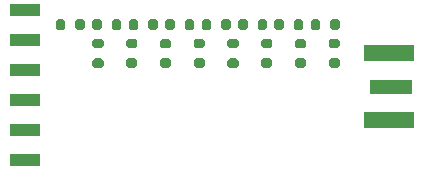
<source format=gbr>
%TF.GenerationSoftware,KiCad,Pcbnew,(5.1.10)-1*%
%TF.CreationDate,2021-08-13T02:35:10+08:00*%
%TF.ProjectId,Pmod-8bitDAC-R-2R,506d6f64-2d38-4626-9974-4441432d522d,rev?*%
%TF.SameCoordinates,Original*%
%TF.FileFunction,Paste,Top*%
%TF.FilePolarity,Positive*%
%FSLAX46Y46*%
G04 Gerber Fmt 4.6, Leading zero omitted, Abs format (unit mm)*
G04 Created by KiCad (PCBNEW (5.1.10)-1) date 2021-08-13 02:35:10*
%MOMM*%
%LPD*%
G01*
G04 APERTURE LIST*
%ADD10R,3.600000X1.270000*%
%ADD11R,4.200000X1.350000*%
%ADD12R,2.500000X1.000000*%
G04 APERTURE END LIST*
D10*
%TO.C,J2*%
X146211900Y-120827800D03*
D11*
X146011900Y-118002800D03*
X146011900Y-123652800D03*
%TD*%
D12*
%TO.C,PMOD1*%
X115182400Y-114350800D03*
X115182400Y-116890800D03*
X115182400Y-119430800D03*
X115182400Y-121970800D03*
X115182400Y-124510800D03*
X115182400Y-127050800D03*
%TD*%
%TO.C,R16*%
G36*
G01*
X141649400Y-117596100D02*
X141099400Y-117596100D01*
G75*
G02*
X140899400Y-117396100I0J200000D01*
G01*
X140899400Y-116996100D01*
G75*
G02*
X141099400Y-116796100I200000J0D01*
G01*
X141649400Y-116796100D01*
G75*
G02*
X141849400Y-116996100I0J-200000D01*
G01*
X141849400Y-117396100D01*
G75*
G02*
X141649400Y-117596100I-200000J0D01*
G01*
G37*
G36*
G01*
X141649400Y-119246100D02*
X141099400Y-119246100D01*
G75*
G02*
X140899400Y-119046100I0J200000D01*
G01*
X140899400Y-118646100D01*
G75*
G02*
X141099400Y-118446100I200000J0D01*
G01*
X141649400Y-118446100D01*
G75*
G02*
X141849400Y-118646100I0J-200000D01*
G01*
X141849400Y-119046100D01*
G75*
G02*
X141649400Y-119246100I-200000J0D01*
G01*
G37*
%TD*%
%TO.C,R15*%
G36*
G01*
X141049400Y-115870400D02*
X141049400Y-115320400D01*
G75*
G02*
X141249400Y-115120400I200000J0D01*
G01*
X141649400Y-115120400D01*
G75*
G02*
X141849400Y-115320400I0J-200000D01*
G01*
X141849400Y-115870400D01*
G75*
G02*
X141649400Y-116070400I-200000J0D01*
G01*
X141249400Y-116070400D01*
G75*
G02*
X141049400Y-115870400I0J200000D01*
G01*
G37*
G36*
G01*
X139399400Y-115870400D02*
X139399400Y-115320400D01*
G75*
G02*
X139599400Y-115120400I200000J0D01*
G01*
X139999400Y-115120400D01*
G75*
G02*
X140199400Y-115320400I0J-200000D01*
G01*
X140199400Y-115870400D01*
G75*
G02*
X139999400Y-116070400I-200000J0D01*
G01*
X139599400Y-116070400D01*
G75*
G02*
X139399400Y-115870400I0J200000D01*
G01*
G37*
%TD*%
%TO.C,R14*%
G36*
G01*
X138792252Y-117596100D02*
X138242252Y-117596100D01*
G75*
G02*
X138042252Y-117396100I0J200000D01*
G01*
X138042252Y-116996100D01*
G75*
G02*
X138242252Y-116796100I200000J0D01*
G01*
X138792252Y-116796100D01*
G75*
G02*
X138992252Y-116996100I0J-200000D01*
G01*
X138992252Y-117396100D01*
G75*
G02*
X138792252Y-117596100I-200000J0D01*
G01*
G37*
G36*
G01*
X138792252Y-119246100D02*
X138242252Y-119246100D01*
G75*
G02*
X138042252Y-119046100I0J200000D01*
G01*
X138042252Y-118646100D01*
G75*
G02*
X138242252Y-118446100I200000J0D01*
G01*
X138792252Y-118446100D01*
G75*
G02*
X138992252Y-118646100I0J-200000D01*
G01*
X138992252Y-119046100D01*
G75*
G02*
X138792252Y-119246100I-200000J0D01*
G01*
G37*
%TD*%
%TO.C,R13*%
G36*
G01*
X137966065Y-115870400D02*
X137966065Y-115320400D01*
G75*
G02*
X138166065Y-115120400I200000J0D01*
G01*
X138566065Y-115120400D01*
G75*
G02*
X138766065Y-115320400I0J-200000D01*
G01*
X138766065Y-115870400D01*
G75*
G02*
X138566065Y-116070400I-200000J0D01*
G01*
X138166065Y-116070400D01*
G75*
G02*
X137966065Y-115870400I0J200000D01*
G01*
G37*
G36*
G01*
X136316065Y-115870400D02*
X136316065Y-115320400D01*
G75*
G02*
X136516065Y-115120400I200000J0D01*
G01*
X136916065Y-115120400D01*
G75*
G02*
X137116065Y-115320400I0J-200000D01*
G01*
X137116065Y-115870400D01*
G75*
G02*
X136916065Y-116070400I-200000J0D01*
G01*
X136516065Y-116070400D01*
G75*
G02*
X136316065Y-115870400I0J200000D01*
G01*
G37*
%TD*%
%TO.C,R12*%
G36*
G01*
X135935110Y-117596100D02*
X135385110Y-117596100D01*
G75*
G02*
X135185110Y-117396100I0J200000D01*
G01*
X135185110Y-116996100D01*
G75*
G02*
X135385110Y-116796100I200000J0D01*
G01*
X135935110Y-116796100D01*
G75*
G02*
X136135110Y-116996100I0J-200000D01*
G01*
X136135110Y-117396100D01*
G75*
G02*
X135935110Y-117596100I-200000J0D01*
G01*
G37*
G36*
G01*
X135935110Y-119246100D02*
X135385110Y-119246100D01*
G75*
G02*
X135185110Y-119046100I0J200000D01*
G01*
X135185110Y-118646100D01*
G75*
G02*
X135385110Y-118446100I200000J0D01*
G01*
X135935110Y-118446100D01*
G75*
G02*
X136135110Y-118646100I0J-200000D01*
G01*
X136135110Y-119046100D01*
G75*
G02*
X135935110Y-119246100I-200000J0D01*
G01*
G37*
%TD*%
%TO.C,R11*%
G36*
G01*
X134882732Y-115870400D02*
X134882732Y-115320400D01*
G75*
G02*
X135082732Y-115120400I200000J0D01*
G01*
X135482732Y-115120400D01*
G75*
G02*
X135682732Y-115320400I0J-200000D01*
G01*
X135682732Y-115870400D01*
G75*
G02*
X135482732Y-116070400I-200000J0D01*
G01*
X135082732Y-116070400D01*
G75*
G02*
X134882732Y-115870400I0J200000D01*
G01*
G37*
G36*
G01*
X133232732Y-115870400D02*
X133232732Y-115320400D01*
G75*
G02*
X133432732Y-115120400I200000J0D01*
G01*
X133832732Y-115120400D01*
G75*
G02*
X134032732Y-115320400I0J-200000D01*
G01*
X134032732Y-115870400D01*
G75*
G02*
X133832732Y-116070400I-200000J0D01*
G01*
X133432732Y-116070400D01*
G75*
G02*
X133232732Y-115870400I0J200000D01*
G01*
G37*
%TD*%
%TO.C,R10*%
G36*
G01*
X133077968Y-117596100D02*
X132527968Y-117596100D01*
G75*
G02*
X132327968Y-117396100I0J200000D01*
G01*
X132327968Y-116996100D01*
G75*
G02*
X132527968Y-116796100I200000J0D01*
G01*
X133077968Y-116796100D01*
G75*
G02*
X133277968Y-116996100I0J-200000D01*
G01*
X133277968Y-117396100D01*
G75*
G02*
X133077968Y-117596100I-200000J0D01*
G01*
G37*
G36*
G01*
X133077968Y-119246100D02*
X132527968Y-119246100D01*
G75*
G02*
X132327968Y-119046100I0J200000D01*
G01*
X132327968Y-118646100D01*
G75*
G02*
X132527968Y-118446100I200000J0D01*
G01*
X133077968Y-118446100D01*
G75*
G02*
X133277968Y-118646100I0J-200000D01*
G01*
X133277968Y-119046100D01*
G75*
G02*
X133077968Y-119246100I-200000J0D01*
G01*
G37*
%TD*%
%TO.C,R9*%
G36*
G01*
X131799399Y-115870400D02*
X131799399Y-115320400D01*
G75*
G02*
X131999399Y-115120400I200000J0D01*
G01*
X132399399Y-115120400D01*
G75*
G02*
X132599399Y-115320400I0J-200000D01*
G01*
X132599399Y-115870400D01*
G75*
G02*
X132399399Y-116070400I-200000J0D01*
G01*
X131999399Y-116070400D01*
G75*
G02*
X131799399Y-115870400I0J200000D01*
G01*
G37*
G36*
G01*
X130149399Y-115870400D02*
X130149399Y-115320400D01*
G75*
G02*
X130349399Y-115120400I200000J0D01*
G01*
X130749399Y-115120400D01*
G75*
G02*
X130949399Y-115320400I0J-200000D01*
G01*
X130949399Y-115870400D01*
G75*
G02*
X130749399Y-116070400I-200000J0D01*
G01*
X130349399Y-116070400D01*
G75*
G02*
X130149399Y-115870400I0J200000D01*
G01*
G37*
%TD*%
%TO.C,R8*%
G36*
G01*
X130220826Y-117596100D02*
X129670826Y-117596100D01*
G75*
G02*
X129470826Y-117396100I0J200000D01*
G01*
X129470826Y-116996100D01*
G75*
G02*
X129670826Y-116796100I200000J0D01*
G01*
X130220826Y-116796100D01*
G75*
G02*
X130420826Y-116996100I0J-200000D01*
G01*
X130420826Y-117396100D01*
G75*
G02*
X130220826Y-117596100I-200000J0D01*
G01*
G37*
G36*
G01*
X130220826Y-119246100D02*
X129670826Y-119246100D01*
G75*
G02*
X129470826Y-119046100I0J200000D01*
G01*
X129470826Y-118646100D01*
G75*
G02*
X129670826Y-118446100I200000J0D01*
G01*
X130220826Y-118446100D01*
G75*
G02*
X130420826Y-118646100I0J-200000D01*
G01*
X130420826Y-119046100D01*
G75*
G02*
X130220826Y-119246100I-200000J0D01*
G01*
G37*
%TD*%
%TO.C,R7*%
G36*
G01*
X128716066Y-115870400D02*
X128716066Y-115320400D01*
G75*
G02*
X128916066Y-115120400I200000J0D01*
G01*
X129316066Y-115120400D01*
G75*
G02*
X129516066Y-115320400I0J-200000D01*
G01*
X129516066Y-115870400D01*
G75*
G02*
X129316066Y-116070400I-200000J0D01*
G01*
X128916066Y-116070400D01*
G75*
G02*
X128716066Y-115870400I0J200000D01*
G01*
G37*
G36*
G01*
X127066066Y-115870400D02*
X127066066Y-115320400D01*
G75*
G02*
X127266066Y-115120400I200000J0D01*
G01*
X127666066Y-115120400D01*
G75*
G02*
X127866066Y-115320400I0J-200000D01*
G01*
X127866066Y-115870400D01*
G75*
G02*
X127666066Y-116070400I-200000J0D01*
G01*
X127266066Y-116070400D01*
G75*
G02*
X127066066Y-115870400I0J200000D01*
G01*
G37*
%TD*%
%TO.C,R6*%
G36*
G01*
X127363684Y-117596100D02*
X126813684Y-117596100D01*
G75*
G02*
X126613684Y-117396100I0J200000D01*
G01*
X126613684Y-116996100D01*
G75*
G02*
X126813684Y-116796100I200000J0D01*
G01*
X127363684Y-116796100D01*
G75*
G02*
X127563684Y-116996100I0J-200000D01*
G01*
X127563684Y-117396100D01*
G75*
G02*
X127363684Y-117596100I-200000J0D01*
G01*
G37*
G36*
G01*
X127363684Y-119246100D02*
X126813684Y-119246100D01*
G75*
G02*
X126613684Y-119046100I0J200000D01*
G01*
X126613684Y-118646100D01*
G75*
G02*
X126813684Y-118446100I200000J0D01*
G01*
X127363684Y-118446100D01*
G75*
G02*
X127563684Y-118646100I0J-200000D01*
G01*
X127563684Y-119046100D01*
G75*
G02*
X127363684Y-119246100I-200000J0D01*
G01*
G37*
%TD*%
%TO.C,R5*%
G36*
G01*
X125632733Y-115870400D02*
X125632733Y-115320400D01*
G75*
G02*
X125832733Y-115120400I200000J0D01*
G01*
X126232733Y-115120400D01*
G75*
G02*
X126432733Y-115320400I0J-200000D01*
G01*
X126432733Y-115870400D01*
G75*
G02*
X126232733Y-116070400I-200000J0D01*
G01*
X125832733Y-116070400D01*
G75*
G02*
X125632733Y-115870400I0J200000D01*
G01*
G37*
G36*
G01*
X123982733Y-115870400D02*
X123982733Y-115320400D01*
G75*
G02*
X124182733Y-115120400I200000J0D01*
G01*
X124582733Y-115120400D01*
G75*
G02*
X124782733Y-115320400I0J-200000D01*
G01*
X124782733Y-115870400D01*
G75*
G02*
X124582733Y-116070400I-200000J0D01*
G01*
X124182733Y-116070400D01*
G75*
G02*
X123982733Y-115870400I0J200000D01*
G01*
G37*
%TD*%
%TO.C,R4*%
G36*
G01*
X124506542Y-117596100D02*
X123956542Y-117596100D01*
G75*
G02*
X123756542Y-117396100I0J200000D01*
G01*
X123756542Y-116996100D01*
G75*
G02*
X123956542Y-116796100I200000J0D01*
G01*
X124506542Y-116796100D01*
G75*
G02*
X124706542Y-116996100I0J-200000D01*
G01*
X124706542Y-117396100D01*
G75*
G02*
X124506542Y-117596100I-200000J0D01*
G01*
G37*
G36*
G01*
X124506542Y-119246100D02*
X123956542Y-119246100D01*
G75*
G02*
X123756542Y-119046100I0J200000D01*
G01*
X123756542Y-118646100D01*
G75*
G02*
X123956542Y-118446100I200000J0D01*
G01*
X124506542Y-118446100D01*
G75*
G02*
X124706542Y-118646100I0J-200000D01*
G01*
X124706542Y-119046100D01*
G75*
G02*
X124506542Y-119246100I-200000J0D01*
G01*
G37*
%TD*%
%TO.C,R3*%
G36*
G01*
X122549400Y-115870400D02*
X122549400Y-115320400D01*
G75*
G02*
X122749400Y-115120400I200000J0D01*
G01*
X123149400Y-115120400D01*
G75*
G02*
X123349400Y-115320400I0J-200000D01*
G01*
X123349400Y-115870400D01*
G75*
G02*
X123149400Y-116070400I-200000J0D01*
G01*
X122749400Y-116070400D01*
G75*
G02*
X122549400Y-115870400I0J200000D01*
G01*
G37*
G36*
G01*
X120899400Y-115870400D02*
X120899400Y-115320400D01*
G75*
G02*
X121099400Y-115120400I200000J0D01*
G01*
X121499400Y-115120400D01*
G75*
G02*
X121699400Y-115320400I0J-200000D01*
G01*
X121699400Y-115870400D01*
G75*
G02*
X121499400Y-116070400I-200000J0D01*
G01*
X121099400Y-116070400D01*
G75*
G02*
X120899400Y-115870400I0J200000D01*
G01*
G37*
%TD*%
%TO.C,R2*%
G36*
G01*
X118612100Y-115320400D02*
X118612100Y-115870400D01*
G75*
G02*
X118412100Y-116070400I-200000J0D01*
G01*
X118012100Y-116070400D01*
G75*
G02*
X117812100Y-115870400I0J200000D01*
G01*
X117812100Y-115320400D01*
G75*
G02*
X118012100Y-115120400I200000J0D01*
G01*
X118412100Y-115120400D01*
G75*
G02*
X118612100Y-115320400I0J-200000D01*
G01*
G37*
G36*
G01*
X120262100Y-115320400D02*
X120262100Y-115870400D01*
G75*
G02*
X120062100Y-116070400I-200000J0D01*
G01*
X119662100Y-116070400D01*
G75*
G02*
X119462100Y-115870400I0J200000D01*
G01*
X119462100Y-115320400D01*
G75*
G02*
X119662100Y-115120400I200000J0D01*
G01*
X120062100Y-115120400D01*
G75*
G02*
X120262100Y-115320400I0J-200000D01*
G01*
G37*
%TD*%
%TO.C,R1*%
G36*
G01*
X121649400Y-117596100D02*
X121099400Y-117596100D01*
G75*
G02*
X120899400Y-117396100I0J200000D01*
G01*
X120899400Y-116996100D01*
G75*
G02*
X121099400Y-116796100I200000J0D01*
G01*
X121649400Y-116796100D01*
G75*
G02*
X121849400Y-116996100I0J-200000D01*
G01*
X121849400Y-117396100D01*
G75*
G02*
X121649400Y-117596100I-200000J0D01*
G01*
G37*
G36*
G01*
X121649400Y-119246100D02*
X121099400Y-119246100D01*
G75*
G02*
X120899400Y-119046100I0J200000D01*
G01*
X120899400Y-118646100D01*
G75*
G02*
X121099400Y-118446100I200000J0D01*
G01*
X121649400Y-118446100D01*
G75*
G02*
X121849400Y-118646100I0J-200000D01*
G01*
X121849400Y-119046100D01*
G75*
G02*
X121649400Y-119246100I-200000J0D01*
G01*
G37*
%TD*%
M02*

</source>
